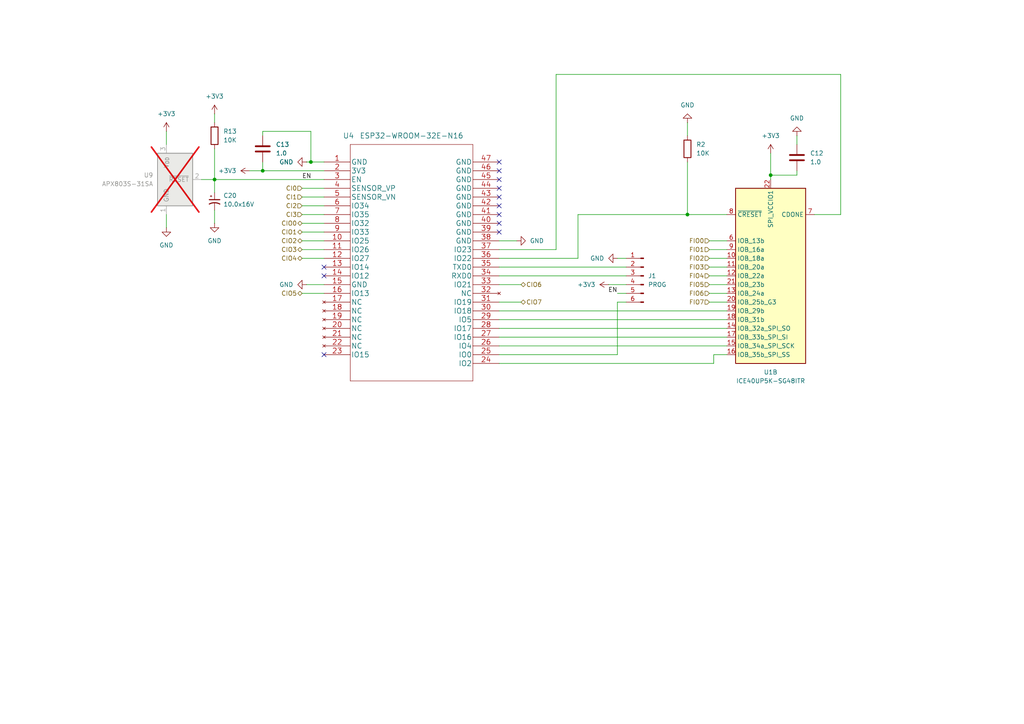
<source format=kicad_sch>
(kicad_sch (version 20231120) (generator "eeschema") (generator_version "8.0")
  (paper "A4")
  (title_block (title "MPU + FPGA"))
  (lib_symbols
    (symbol "Connector:Conn_01x06_Male" (pin_names (offset 1.016) hide)
      (property "Reference" "J" (at 0 7.62 0))
      (property "Value" "Conn_01x06_Male" (at 0 -10.16 0))
      (symbol "Conn_01x06_Male_1_1"
        (polyline (pts (xy 1.27 -7.62) (xy 0.8636 -7.62)) (stroke (width 0.1524)))
        (polyline (pts (xy 1.27 -5.08) (xy 0.8636 -5.08)) (stroke (width 0.1524)))
        (polyline (pts (xy 1.27 -2.54) (xy 0.8636 -2.54)) (stroke (width 0.1524)))
        (polyline (pts (xy 1.27 0) (xy 0.8636 0)) (stroke (width 0.1524)))
        (polyline (pts (xy 1.27 2.54) (xy 0.8636 2.54)) (stroke (width 0.1524)))
        (polyline (pts (xy 1.27 5.08) (xy 0.8636 5.08)) (stroke (width 0.1524)))
        (rectangle (start 0.8636 -7.493) (end 0 -7.747) (stroke (width 0.1524)) (fill (type outline)))
        (rectangle (start 0.8636 -4.953) (end 0 -5.207) (stroke (width 0.1524)) (fill (type outline)))
        (rectangle (start 0.8636 -2.413) (end 0 -2.667) (stroke (width 0.1524)) (fill (type outline)))
        (rectangle (start 0.8636 0.127) (end 0 -0.127) (stroke (width 0.1524)) (fill (type outline)))
        (rectangle (start 0.8636 2.667) (end 0 2.413) (stroke (width 0.1524)) (fill (type outline)))
        (rectangle (start 0.8636 5.207) (end 0 4.953) (stroke (width 0.1524)) (fill (type outline)))
        (pin passive line (at 5.08 5.08 180) (length 3.81) (name "Pin_1") (number "1"))
        (pin passive line (at 5.08 2.54 180) (length 3.81) (name "Pin_2") (number "2"))
        (pin passive line (at 5.08 0 180) (length 3.81) (name "Pin_3") (number "3"))
        (pin passive line (at 5.08 -2.54 180) (length 3.81) (name "Pin_4") (number "4"))
        (pin passive line (at 5.08 -5.08 180) (length 3.81) (name "Pin_5") (number "5"))
        (pin passive line (at 5.08 -7.62 180) (length 3.81) (name "Pin_6") (number "6"))
      )
    )
    (symbol "Device:C" (pin_numbers hide) (pin_names (offset 0.254))
      (property "Reference" "C" (at 0.635 2.54 0))
      (property "Value" "C" (at 0.635 -2.54 0))
      (symbol "C_0_1"
        (polyline (pts (xy -2.032 -0.762) (xy 2.032 -0.762)) (stroke (width 0.508)))
        (polyline (pts (xy -2.032 0.762) (xy 2.032 0.762)) (stroke (width 0.508)))
      )
      (symbol "C_1_1"
        (pin passive line (at 0 3.81 270) (length 2.794) (name "~") (number "1"))
        (pin passive line (at 0 -3.81 90) (length 2.794) (name "~") (number "2"))
      )
    )
    (symbol "Device:C_Polarized_Small_US" (pin_numbers hide) (pin_names (offset 0.254) hide)
      (property "Reference" "C" (at 0.254 1.778 0))
      (property "Value" "C_Polarized_Small_US" (at 0.254 -2.032 0))
      (symbol "C_Polarized_Small_US_0_1"
        (polyline (pts (xy -1.524 0.508) (xy 1.524 0.508)) (stroke (width 0.3048)))
        (polyline (pts (xy -1.27 1.524) (xy -0.762 1.524)))
        (polyline (pts (xy -1.016 1.27) (xy -1.016 1.778)))
        (arc (start 1.524 -0.762) (mid 0 -0.3734) (end -1.524 -0.762) (stroke (width 0.3048)))
      )
      (symbol "C_Polarized_Small_US_1_1"
        (pin passive line (at 0 2.54 270) (length 2.032) (name "~") (number "1"))
        (pin passive line (at 0 -2.54 90) (length 2.032) (name "~") (number "2"))
      )
    )
    (symbol "Device:R" (pin_numbers hide) (pin_names (offset 0))
      (property "Reference" "R" (at 2.032 0 90))
      (property "Value" "R" (at 0 0 90))
      (symbol "R_0_1"
        (rectangle (start -1.016 -2.54) (end 1.016 2.54) (stroke (width 0.254)))
      )
      (symbol "R_1_1"
        (pin passive line (at 0 3.81 270) (length 1.27) (name "~") (number "1"))
        (pin passive line (at 0 -3.81 90) (length 1.27) (name "~") (number "2"))
      )
    )
    (symbol "FPGA_Lattice:ICE40UP5K-SG48ITR"
      (property "Reference" "U" (at -8.89 -29.21 0))
      (property "Value" "ICE40UP5K-SG48ITR" (at 0 -31.75 0))
      (symbol "ICE40UP5K-SG48ITR_1_1"
        (rectangle (start -7.62 25.4) (end 7.62 -27.94) (stroke (width 0.254)) (fill (type background)))
        (pin bidirectional line (at -10.16 12.7 0) (length 2.54) (name "IOT_37a") (number "23"))
        (pin bidirectional line (at -10.16 15.24 0) (length 2.54) (name "IOT_36b") (number "25"))
        (pin bidirectional line (at -10.16 7.62 0) (length 2.54) (name "IOT_39a") (number "26"))
        (pin bidirectional line (at -10.16 10.16 0) (length 2.54) (name "IOT_38b") (number "27"))
        (pin bidirectional line (at -10.16 5.08 0) (length 2.54) (name "IOT_41a") (number "28"))
        (pin bidirectional line (at -10.16 2.54 0) (length 2.54) (name "IOT_42b") (number "31"))
        (pin bidirectional line (at -10.16 0 0) (length 2.54) (name "IOT_43a") (number "32"))
        (pin power_in line (at 0 27.94 270) (length 2.54) (name "VCCIO_0") (number "33"))
        (pin bidirectional line (at -10.16 -2.54 0) (length 2.54) (name "IOT_44b") (number "34"))
        (pin bidirectional line (at -10.16 -7.62 0) (length 2.54) (name "IOT_46b_G0") (number "35"))
        (pin bidirectional line (at -10.16 -10.16 0) (length 2.54) (name "IOT_48b") (number "36"))
        (pin bidirectional line (at -10.16 -5.08 0) (length 2.54) (name "IOT_45a_G1") (number "37"))
        (pin bidirectional line (at -10.16 -15.24 0) (length 2.54) (name "IOT_50b") (number "38"))
        (pin open_collector line (at -10.16 -20.32 0) (length 2.54) (name "RGB0") (number "39"))
        (pin open_collector line (at -10.16 -22.86 0) (length 2.54) (name "RGB1") (number "40"))
        (pin open_collector line (at -10.16 -25.4 0) (length 2.54) (name "RGB2") (number "41"))
        (pin bidirectional line (at -10.16 -17.78 0) (length 2.54) (name "IOT_51a") (number "42"))
        (pin bidirectional line (at -10.16 -12.7 0) (length 2.54) (name "IOT_49a") (number "43"))
      )
      (symbol "ICE40UP5K-SG48ITR_2_1"
        (rectangle (start -10.16 25.4) (end 10.16 -25.4) (stroke (width 0.254)) (fill (type background)))
        (pin bidirectional line (at -12.7 5.08 0) (length 2.54) (name "IOB_18a") (number "10"))
        (pin bidirectional line (at -12.7 2.54 0) (length 2.54) (name "IOB_20a") (number "11"))
        (pin bidirectional line (at -12.7 0 0) (length 2.54) (name "IOB_22a") (number "12"))
        (pin bidirectional line (at -12.7 -5.08 0) (length 2.54) (name "IOB_24a") (number "13"))
        (pin bidirectional line (at -12.7 -15.24 0) (length 2.54) (name "IOB_32a_SPI_SO") (number "14"))
        (pin bidirectional line (at -12.7 -20.32 0) (length 2.54) (name "IOB_34a_SPI_SCK") (number "15"))
        (pin bidirectional line (at -12.7 -22.86 0) (length 2.54) (name "IOB_35b_SPI_SS") (number "16"))
        (pin bidirectional line (at -12.7 -17.78 0) (length 2.54) (name "IOB_33b_SPI_SI") (number "17"))
        (pin bidirectional line (at -12.7 -12.7 0) (length 2.54) (name "IOB_31b") (number "18"))
        (pin bidirectional line (at -12.7 -10.16 0) (length 2.54) (name "IOB_29b") (number "19"))
        (pin bidirectional line (at -12.7 -7.62 0) (length 2.54) (name "IOB_25b_G3") (number "20"))
        (pin bidirectional line (at -12.7 -2.54 0) (length 2.54) (name "IOB_23b") (number "21"))
        (pin power_in line (at 0 27.94 270) (length 2.54) (name "SPI_VCCIO1") (number "22"))
        (pin bidirectional line (at -12.7 10.16 0) (length 2.54) (name "IOB_13b") (number "6"))
        (pin open_collector line (at 12.7 17.78 180) (length 2.54) (name "CDONE") (number "7"))
        (pin input line (at -12.7 17.78 0) (length 2.54) (name "~{CRESET}") (number "8"))
        (pin bidirectional line (at -12.7 7.62 0) (length 2.54) (name "IOB_16a") (number "9"))
      )
      (symbol "ICE40UP5K-SG48ITR_3_1"
        (rectangle (start -7.62 15.24) (end 7.62 -15.24) (stroke (width 0.254)) (fill (type background)))
        (pin power_in line (at 0 17.78 270) (length 2.54) (name "VCCIO_2") (number "1"))
        (pin bidirectional line (at -10.16 -7.62 0) (length 2.54) (name "IOB_6a") (number "2"))
        (pin bidirectional line (at -10.16 -12.7 0) (length 2.54) (name "IOB_9b") (number "3"))
        (pin bidirectional line (at -10.16 -10.16 0) (length 2.54) (name "IOB_8a") (number "4"))
        (pin bidirectional line (at -10.16 0 0) (length 2.54) (name "IOB_3b_G6") (number "44"))
        (pin bidirectional line (at -10.16 -5.08 0) (length 2.54) (name "IOB_5b") (number "45"))
        (pin bidirectional line (at -10.16 5.08 0) (length 2.54) (name "IOB_0a") (number "46"))
        (pin bidirectional line (at -10.16 2.54 0) (length 2.54) (name "IOB_2a") (number "47"))
        (pin bidirectional line (at -10.16 -2.54 0) (length 2.54) (name "IOB_4a") (number "48"))
      )
      (symbol "ICE40UP5K-SG48ITR_4_1"
        (rectangle (start -5.08 7.62) (end 5.08 -7.62) (stroke (width 0.254)) (fill (type background)))
        (pin power_in line (at -2.54 10.16 270) (length 2.54) (name "VPP_2V5") (number "24"))
        (pin power_out line (at 2.54 10.16 270) (length 2.54) (name "VCCPLL") (number "29"))
        (pin passive line (at 0 10.16 270) (length 2.54) hide (name "VCC") (number "30"))
        (pin power_in line (at 0 -10.16 90) (length 2.54) (name "GND") (number "49"))
        (pin power_in line (at 0 10.16 270) (length 2.54) (name "VCC") (number "5"))
      )
    )
    (symbol "Power_Supervisor:TCM809" (pin_names (offset 1.016))
      (property "Reference" "U" (at 0 8.89 0))
      (property "Value" "TCM809" (at -1.27 -8.89 0))
      (symbol "TCM809_1_1"
        (rectangle (start -5.08 7.62) (end 5.08 -7.62) (stroke (width 0.254)) (fill (type background)))
        (pin power_in line (at -2.54 -10.16 90) (length 2.54) (name "GND") (number "1"))
        (pin output line (at 7.62 0 180) (length 2.54) (name "~{RESET}") (number "2"))
        (pin power_in line (at -2.54 10.16 270) (length 2.54) (name "V_{DD}") (number "3"))
      )
    )
    (symbol "esp:ESP32-WROOM-32E-N8" (pin_names (offset 0.254))
      (property "Reference" "U" (at 25.4 10.16 0))
      (property "Value" "ESP32-WROOM-32E-N8" (at 25.4 7.62 0))
      (symbol "ESP32-WROOM-32E-N8_1_1"
        (polyline (pts (xy 7.62 -63.5) (xy 43.18 -63.5)) (stroke (width 0.127)))
        (polyline (pts (xy 7.62 5.08) (xy 7.62 -63.5)) (stroke (width 0.127)))
        (polyline (pts (xy 43.18 -63.5) (xy 43.18 5.08)) (stroke (width 0.127)))
        (polyline (pts (xy 43.18 5.08) (xy 7.62 5.08)) (stroke (width 0.127)))
        (pin power_in line (at 0 0 0) (length 7.62) (name "GND") (number "1"))
        (pin bidirectional line (at 0 -22.86 0) (length 7.62) (name "IO25") (number "10"))
        (pin bidirectional line (at 0 -25.4 0) (length 7.62) (name "IO26") (number "11"))
        (pin bidirectional line (at 0 -27.94 0) (length 7.62) (name "IO27") (number "12"))
        (pin bidirectional line (at 0 -30.48 0) (length 7.62) (name "IO14") (number "13"))
        (pin bidirectional line (at 0 -33.02 0) (length 7.62) (name "IO12") (number "14"))
        (pin power_in line (at 0 -35.56 0) (length 7.62) (name "GND") (number "15"))
        (pin bidirectional line (at 0 -38.1 0) (length 7.62) (name "IO13") (number "16"))
        (pin no_connect line (at 0 -40.64 0) (length 7.62) (name "NC") (number "17"))
        (pin no_connect line (at 0 -43.18 0) (length 7.62) (name "NC") (number "18"))
        (pin no_connect line (at 0 -45.72 0) (length 7.62) (name "NC") (number "19"))
        (pin power_in line (at 0 -2.54 0) (length 7.62) (name "3V3") (number "2"))
        (pin no_connect line (at 0 -48.26 0) (length 7.62) (name "NC") (number "20"))
        (pin no_connect line (at 0 -50.8 0) (length 7.62) (name "NC") (number "21"))
        (pin no_connect line (at 0 -53.34 0) (length 7.62) (name "NC") (number "22"))
        (pin bidirectional line (at 0 -55.88 0) (length 7.62) (name "IO15") (number "23"))
        (pin bidirectional line (at 50.8 -58.42 180) (length 7.62) (name "IO2") (number "24"))
        (pin bidirectional line (at 50.8 -55.88 180) (length 7.62) (name "IO0") (number "25"))
        (pin bidirectional line (at 50.8 -53.34 180) (length 7.62) (name "IO4") (number "26"))
        (pin bidirectional line (at 50.8 -50.8 180) (length 7.62) (name "IO16") (number "27"))
        (pin bidirectional line (at 50.8 -48.26 180) (length 7.62) (name "IO17") (number "28"))
        (pin bidirectional line (at 50.8 -45.72 180) (length 7.62) (name "IO5") (number "29"))
        (pin input line (at 0 -5.08 0) (length 7.62) (name "EN") (number "3"))
        (pin bidirectional line (at 50.8 -43.18 180) (length 7.62) (name "IO18") (number "30"))
        (pin bidirectional line (at 50.8 -40.64 180) (length 7.62) (name "IO19") (number "31"))
        (pin no_connect line (at 50.8 -38.1 180) (length 7.62) (name "NC") (number "32"))
        (pin bidirectional line (at 50.8 -35.56 180) (length 7.62) (name "IO21") (number "33"))
        (pin bidirectional line (at 50.8 -33.02 180) (length 7.62) (name "RXD0") (number "34"))
        (pin bidirectional line (at 50.8 -30.48 180) (length 7.62) (name "TXD0") (number "35"))
        (pin bidirectional line (at 50.8 -27.94 180) (length 7.62) (name "IO22") (number "36"))
        (pin bidirectional line (at 50.8 -25.4 180) (length 7.62) (name "IO23") (number "37"))
        (pin power_in line (at 50.8 -22.86 180) (length 7.62) (name "GND") (number "38"))
        (pin power_in line (at 50.8 -20.32 180) (length 7.62) (name "GND") (number "39"))
        (pin input line (at 0 -7.62 0) (length 7.62) (name "SENSOR_VP") (number "4"))
        (pin power_in line (at 50.8 -17.78 180) (length 7.62) (name "GND") (number "40"))
        (pin power_in line (at 50.8 -15.24 180) (length 7.62) (name "GND") (number "41"))
        (pin power_in line (at 50.8 -12.7 180) (length 7.62) (name "GND") (number "42"))
        (pin power_in line (at 50.8 -10.16 180) (length 7.62) (name "GND") (number "43"))
        (pin power_in line (at 50.8 -7.62 180) (length 7.62) (name "GND") (number "44"))
        (pin power_in line (at 50.8 -5.08 180) (length 7.62) (name "GND") (number "45"))
        (pin power_in line (at 50.8 -2.54 180) (length 7.62) (name "GND") (number "46"))
        (pin power_in line (at 50.8 0 180) (length 7.62) (name "GND") (number "47"))
        (pin input line (at 0 -10.16 0) (length 7.62) (name "SENSOR_VN") (number "5"))
        (pin input line (at 0 -12.7 0) (length 7.62) (name "IO34") (number "6"))
        (pin input line (at 0 -15.24 0) (length 7.62) (name "IO35") (number "7"))
        (pin bidirectional line (at 0 -17.78 0) (length 7.62) (name "IO32") (number "8"))
        (pin bidirectional line (at 0 -20.32 0) (length 7.62) (name "IO33") (number "9"))
      )
    )
    (symbol "power:+3V3" (power) (pin_numbers hide) (pin_names (offset 0) hide)
      (property "Value" "+3V3" (at 0 3.556 0))
      (symbol "+3V3_0_1"
        (polyline (pts (xy -0.762 1.27) (xy 0 2.54)))
        (polyline (pts (xy 0 0) (xy 0 2.54)))
        (polyline (pts (xy 0 2.54) (xy 0.762 1.27)))
      )
      (symbol "+3V3_1_1"
        (pin power_in line (at 0 0 90) (length 0) (name "~") (number "1"))
      )
    )
    (symbol "power:GND" (power) (pin_numbers hide) (pin_names (offset 0) hide)
      (property "Value" "GND" (at 0 -3.81 0))
      (symbol "GND_0_1"
        (polyline (pts (xy 0 0) (xy 0 -1.27) (xy 1.27 -1.27) (xy 0 -2.54) (xy -1.27 -1.27) (xy 0 -1.27)))
      )
      (symbol "GND_1_1"
        (pin power_in line (at 0 0 270) (length 0) (name "~") (number "1"))
      )
    )
  )
  (junction (at 62.23 52.07))
  (junction (at 199.39 62.23))
  (junction (at 223.52 50.8))
  (junction (at 90.17 46.99))
  (junction (at 76.2 49.53))
  (no_connect (at 144.78 62.23))
  (no_connect (at 144.78 46.99))
  (no_connect (at 144.78 49.53))
  (no_connect (at 144.78 57.15))
  (no_connect (at 144.78 59.69))
  (no_connect (at 93.98 77.47))
  (no_connect (at 144.78 64.77))
  (no_connect (at 144.78 54.61))
  (no_connect (at 144.78 67.31))
  (no_connect (at 144.78 52.07))
  (no_connect (at 93.98 102.87))
  (no_connect (at 93.98 80.01))
  (wire (pts (xy 144.78 87.63) (xy 151.13 87.63)))
  (wire (pts (xy 48.26 62.23) (xy 48.26 66.04)))
  (wire (pts (xy 205.74 85.09) (xy 210.82 85.09)))
  (wire (pts (xy 87.63 59.69) (xy 93.98 59.69)))
  (wire (pts (xy 199.39 35.56) (xy 199.39 39.37)))
  (wire (pts (xy 88.9 82.55) (xy 93.98 82.55)))
  (wire (pts (xy 87.63 57.15) (xy 93.98 57.15)))
  (wire (pts (xy 87.63 54.61) (xy 93.98 54.61)))
  (wire (pts (xy 231.14 50.8) (xy 223.52 50.8)))
  (wire (pts (xy 179.07 87.63) (xy 179.07 102.87)))
  (wire (pts (xy 62.23 33.02) (xy 62.23 35.56)))
  (wire (pts (xy 205.74 69.85) (xy 210.82 69.85)))
  (wire (pts (xy 87.63 67.31) (xy 93.98 67.31)))
  (wire (pts (xy 243.84 21.59) (xy 243.84 62.23)))
  (wire (pts (xy 76.2 38.1) (xy 90.17 38.1)))
  (wire (pts (xy 144.78 69.85) (xy 149.86 69.85)))
  (wire (pts (xy 87.63 85.09) (xy 93.98 85.09)))
  (wire (pts (xy 161.29 21.59) (xy 243.84 21.59)))
  (wire (pts (xy 205.74 87.63) (xy 210.82 87.63)))
  (wire (pts (xy 144.78 105.41) (xy 207.01 105.41)))
  (wire (pts (xy 72.39 49.53) (xy 76.2 49.53)))
  (wire (pts (xy 144.78 80.01) (xy 181.61 80.01)))
  (wire (pts (xy 144.78 97.79) (xy 210.82 97.79)))
  (wire (pts (xy 144.78 100.33) (xy 210.82 100.33)))
  (wire (pts (xy 144.78 92.71) (xy 210.82 92.71)))
  (wire (pts (xy 231.14 39.37) (xy 231.14 41.91)))
  (wire (pts (xy 205.74 74.93) (xy 210.82 74.93)))
  (wire (pts (xy 76.2 46.99) (xy 76.2 49.53)))
  (wire (pts (xy 205.74 77.47) (xy 210.82 77.47)))
  (wire (pts (xy 144.78 102.87) (xy 179.07 102.87)))
  (wire (pts (xy 176.53 82.55) (xy 181.61 82.55)))
  (wire (pts (xy 207.01 102.87) (xy 210.82 102.87)))
  (wire (pts (xy 144.78 90.17) (xy 210.82 90.17)))
  (wire (pts (xy 144.78 82.55) (xy 151.13 82.55)))
  (wire (pts (xy 90.17 46.99) (xy 93.98 46.99)))
  (wire (pts (xy 144.78 74.93) (xy 167.64 74.93)))
  (wire (pts (xy 207.01 105.41) (xy 207.01 102.87)))
  (wire (pts (xy 90.17 38.1) (xy 90.17 46.99)))
  (wire (pts (xy 144.78 77.47) (xy 181.61 77.47)))
  (wire (pts (xy 76.2 39.37) (xy 76.2 38.1)))
  (wire (pts (xy 167.64 62.23) (xy 199.39 62.23)))
  (wire (pts (xy 179.07 85.09) (xy 181.61 85.09)))
  (wire (pts (xy 223.52 52.07) (xy 223.52 50.8)))
  (wire (pts (xy 144.78 95.25) (xy 210.82 95.25)))
  (wire (pts (xy 144.78 72.39) (xy 161.29 72.39)))
  (wire (pts (xy 76.2 49.53) (xy 93.98 49.53)))
  (wire (pts (xy 179.07 74.93) (xy 181.61 74.93)))
  (wire (pts (xy 62.23 43.18) (xy 62.23 52.07)))
  (wire (pts (xy 199.39 46.99) (xy 199.39 62.23)))
  (wire (pts (xy 87.63 62.23) (xy 93.98 62.23)))
  (wire (pts (xy 87.63 64.77) (xy 93.98 64.77)))
  (wire (pts (xy 87.63 72.39) (xy 93.98 72.39)))
  (wire (pts (xy 223.52 44.45) (xy 223.52 50.8)))
  (wire (pts (xy 62.23 60.96) (xy 62.23 64.77)))
  (wire (pts (xy 62.23 52.07) (xy 93.98 52.07)))
  (wire (pts (xy 205.74 72.39) (xy 210.82 72.39)))
  (wire (pts (xy 205.74 82.55) (xy 210.82 82.55)))
  (wire (pts (xy 231.14 49.53) (xy 231.14 50.8)))
  (wire (pts (xy 243.84 62.23) (xy 236.22 62.23)))
  (wire (pts (xy 87.63 69.85) (xy 93.98 69.85)))
  (wire (pts (xy 179.07 87.63) (xy 181.61 87.63)))
  (wire (pts (xy 88.9 46.99) (xy 90.17 46.99)))
  (wire (pts (xy 199.39 62.23) (xy 210.82 62.23)))
  (wire (pts (xy 48.26 38.1) (xy 48.26 41.91)))
  (wire (pts (xy 161.29 72.39) (xy 161.29 21.59)))
  (wire (pts (xy 62.23 52.07) (xy 62.23 55.88)))
  (wire (pts (xy 58.42 52.07) (xy 62.23 52.07)))
  (wire (pts (xy 205.74 80.01) (xy 210.82 80.01)))
  (wire (pts (xy 167.64 62.23) (xy 167.64 74.93)))
  (wire (pts (xy 87.63 74.93) (xy 93.98 74.93)))
  (label "EN" (at 87.63 52.07 0))
  (label "EN" (at 179.07 85.09 180))
  (hierarchical_label "FIO4" (shape input) (at 205.74 80.01 180))
  (hierarchical_label "FIO7" (shape input) (at 205.74 87.63 180))
  (hierarchical_label "FIO1" (shape input) (at 205.74 72.39 180))
  (hierarchical_label "CIO2" (shape bidirectional) (at 87.63 69.85 180))
  (hierarchical_label "CIO0" (shape bidirectional) (at 87.63 64.77 180))
  (hierarchical_label "CIO7" (shape bidirectional) (at 151.13 87.63 0))
  (hierarchical_label "CI2" (shape input) (at 87.63 59.69 180))
  (hierarchical_label "CIO3" (shape bidirectional) (at 87.63 72.39 180))
  (hierarchical_label "CIO5" (shape bidirectional) (at 87.63 85.09 180))
  (hierarchical_label "CIO1" (shape bidirectional) (at 87.63 67.31 180))
  (hierarchical_label "FIO3" (shape input) (at 205.74 77.47 180))
  (hierarchical_label "FIO2" (shape input) (at 205.74 74.93 180))
  (hierarchical_label "CI0" (shape input) (at 87.63 54.61 180))
  (hierarchical_label "CIO6" (shape bidirectional) (at 151.13 82.55 0))
  (hierarchical_label "CI3" (shape input) (at 87.63 62.23 180))
  (hierarchical_label "CIO4" (shape bidirectional) (at 87.63 74.93 180))
  (hierarchical_label "FIO0" (shape input) (at 205.74 69.85 180))
  (hierarchical_label "FIO6" (shape input) (at 205.74 85.09 180))
  (hierarchical_label "FIO5" (shape input) (at 205.74 82.55 180))
  (hierarchical_label "CI1" (shape input) (at 87.63 57.15 180))
  (symbol (lib_id "power:+3V3") (at 62.23 33.02 0) (unit 1)
    (property "Reference" "#PWR054" (effects (hide yes)))
    (property "Value" "+3V3" (at 62.23 27.94 0))
    (property "Description" "Power symbol creates a global label with name \"+3V3\"" (effects (hide yes)))
  )
  (symbol (lib_id "power:GND") (at 88.9 82.55 270) (unit 1)
    (property "Reference" "#PWR016" (effects (hide yes)))
    (property "Value" "GND" (at 85.09 82.5499 90) (effects (justify right)))
    (property "Description" "Power symbol creates a global label with name \"GND\" , ground" (effects (hide yes)))
  )
  (symbol (lib_id "power:GND") (at 48.26 66.04 0) (unit 1)
    (property "Reference" "#PWR046" (effects (hide yes)))
    (property "Value" "GND" (at 48.26 71.12 0))
    (property "Description" "Power symbol creates a global label with name \"GND\" , ground" (effects (hide yes)))
  )
  (symbol (lib_id "Device:R") (at 199.39 43.18 0) (unit 1)
    (property "Reference" "R2" (at 201.93 41.9099 0) (effects (justify left)))
    (property "Value" "10K" (at 201.93 44.4499 0) (effects (justify left)))
    (property "Description" "Resistor" (effects (hide yes)))
  )
  (symbol (lib_id "power:GND") (at 149.86 69.85 90) (unit 1)
    (property "Reference" "#PWR017" (effects (hide yes)))
    (property "Value" "GND" (at 153.67 69.8499 90) (effects (justify right)))
    (property "Description" "Power symbol creates a global label with name \"GND\" , ground" (effects (hide yes)))
  )
  (symbol (lib_id "power:+3V3") (at 72.39 49.53 90) (unit 1)
    (property "Reference" "#PWR018" (effects (hide yes)))
    (property "Value" "+3V3" (at 68.58 49.5299 90) (effects (justify left)))
    (property "Description" "Power symbol creates a global label with name \"+3V3\"" (effects (hide yes)))
  )
  (symbol (lib_id "power:+3V3") (at 223.52 44.45 0) (unit 1)
    (property "Reference" "#PWR013" (effects (hide yes)))
    (property "Value" "+3V3" (at 223.52 39.37 0))
    (property "Description" "Power symbol creates a global label with name \"+3V3\"" (effects (hide yes)))
  )
  (symbol (lib_id "power:+3V3") (at 48.26 38.1 0) (unit 1)
    (property "Reference" "#PWR045" (effects (hide yes)))
    (property "Value" "+3V3" (at 48.26 33.02 0))
    (property "Description" "Power symbol creates a global label with name \"+3V3\"" (effects (hide yes)))
  )
  (symbol (lib_id "power:GND") (at 88.9 46.99 270) (unit 1)
    (property "Reference" "#PWR015" (effects (hide yes)))
    (property "Value" "GND" (at 85.09 46.9899 90) (effects (justify right)))
    (property "Description" "Power symbol creates a global label with name \"GND\" , ground" (effects (hide yes)))
  )
  (symbol (lib_id "Device:C") (at 76.2 43.18 0) (unit 1)
    (property "Reference" "C13" (at 80.01 41.9099 0) (effects (justify left)))
    (property "Value" "1.0" (at 80.01 44.4499 0) (effects (justify left)))
    (property "Description" "Unpolarized capacitor" (effects (hide yes)))
  )
  (symbol (lib_id "power:GND") (at 199.39 35.56 180) (unit 1)
    (property "Reference" "#PWR021" (effects (hide yes)))
    (property "Value" "GND" (at 199.39 30.48 0))
    (property "Description" "Power symbol creates a global label with name \"GND\" , ground" (effects (hide yes)))
  )
  (symbol (lib_id "Device:R") (at 62.23 39.37 0) (unit 1)
    (property "Reference" "R13" (at 64.77 38.0999 0) (effects (justify left)))
    (property "Value" "10K" (at 64.77 40.6399 0) (effects (justify left)))
    (property "Description" "Resistor" (effects (hide yes)))
  )
  (symbol (lib_id "Connector:Conn_01x06_Male") (at 186.69 80.01 0) (mirror y) (unit 1)
    (property "Reference" "J1" (at 187.96 80.0099 0) (effects (justify right)))
    (property "Value" "PROG" (at 187.96 82.5499 0) (effects (justify right)))
    (property "Footprint" "Connector_PinHeader_2.54mm:PinHeader_1x06_P2.54mm_Vertical" (effects (hide yes)))
  )
  (symbol (lib_id "FPGA_Lattice:ICE40UP5K-SG48ITR") (at 223.52 80.01 0) (unit 2)
    (property "Reference" "U1" (at 223.52 107.95 0))
    (property "Value" "ICE40UP5K-SG48ITR" (at 223.52 110.49 0))
    (property "Footprint" "Package_DFN_QFN:QFN-48-1EP_7x7mm_P0.5mm_EP5.6x5.6mm" (effects (hide yes)))
    (property "Datasheet" "http://www.latticesemi.com/Products/FPGAandCPLD/iCE40Ultra" (effects (hide yes)))
    (property "Description" "iCE40 UltraPlus FPGA, 5280 LUTs, 1.2V, 48-pin QFN" (effects (hide yes)))
  )
  (symbol (lib_id "Power_Supervisor:TCM809") (at 50.8 52.07 0) (unit 1) (dnp yes)
    (property "Reference" "U9" (at 44.45 50.7999 0) (effects (justify right)))
    (property "Value" "APX803S-31SA" (at 44.45 53.3399 0) (effects (justify right)))
    (property "Datasheet" "http://ww1.microchip.com/downloads/en/DeviceDoc/21661E.pdf" (effects (hide yes)))
    (property "Description" "Microcontroller reset monitor, active low output" (effects (hide yes)))
  )
  (symbol (lib_id "power:GND") (at 179.07 74.93 270) (unit 1)
    (property "Reference" "#PWR019" (effects (hide yes)))
    (property "Value" "GND" (at 175.26 74.9299 90) (effects (justify right)))
  )
  (symbol (lib_id "esp:ESP32-WROOM-32E-N8") (at 93.98 46.99 0) (unit 1)
    (property "Reference" "U4" (at 101.092 39.37 0) (effects (font (size 1.524 1.524))))
    (property "Value" "ESP32-WROOM-32E-N16" (at 119.38 39.37 0) (effects (font (size 1.524 1.524))))
    (property "Footprint" "esp:ESP32-WROOM-32E-N8" (effects (hide yes)))
  )
  (symbol (lib_id "power:+3V3") (at 176.53 82.55 90) (unit 1)
    (property "Reference" "#PWR020" (effects (hide yes)))
    (property "Value" "+3V3" (at 172.72 82.5499 90) (effects (justify left)))
    (property "Description" "Power symbol creates a global label with name \"+3V3\"" (effects (hide yes)))
  )
  (symbol (lib_id "Device:C_Polarized_Small_US") (at 62.23 58.42 0) (unit 1)
    (property "Reference" "C20" (at 64.77 56.7181 0) (effects (justify left)))
    (property "Value" "10.0x16V" (at 64.77 59.2581 0) (effects (justify left)))
    (property "Description" "Polarized capacitor, small US symbol" (effects (hide yes)))
  )
  (symbol (lib_id "power:GND") (at 231.14 39.37 180) (unit 1)
    (property "Reference" "#PWR014" (effects (hide yes)))
    (property "Value" "GND" (at 231.14 34.29 0))
    (property "Description" "Power symbol creates a global label with name \"GND\" , ground" (effects (hide yes)))
  )
  (symbol (lib_id "Device:C") (at 231.14 45.72 0) (unit 1)
    (property "Reference" "C12" (at 234.95 44.4499 0) (effects (justify left)))
    (property "Value" "1.0" (at 234.95 46.9899 0) (effects (justify left)))
    (property "Description" "Unpolarized capacitor" (effects (hide yes)))
  )
  (symbol (lib_id "power:GND") (at 62.23 64.77 0) (unit 1)
    (property "Reference" "#PWR052" (effects (hide yes)))
    (property "Value" "GND" (at 62.23 69.85 0))
    (property "Description" "Power symbol creates a global label with name \"GND\" , ground" (effects (hide yes)))
  )
)
</source>
